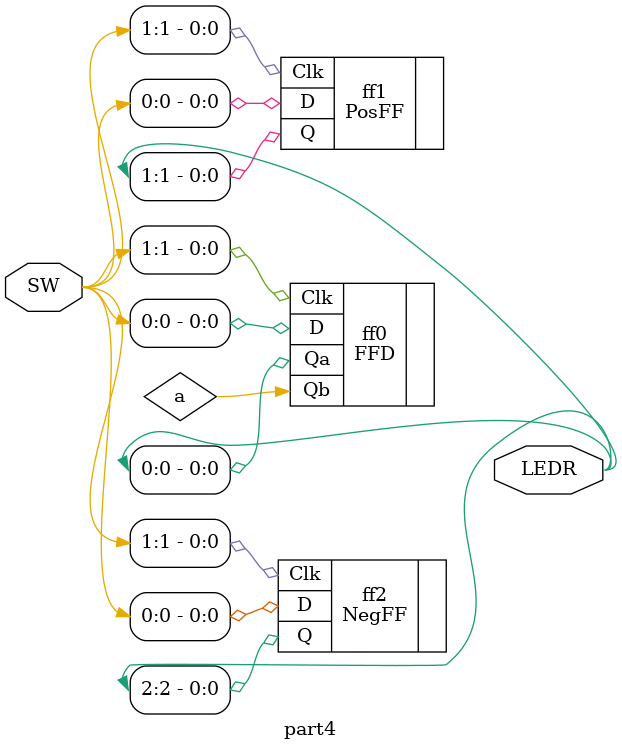
<source format=sv>
module part4(SW,LEDR);
	output logic[2:0] LEDR;
	input logic[1:0] SW;
	logic a;
	
	FFD ff0(
		.D(SW[0]), 
		.Clk(SW[1]), 
		.Qa(LEDR[0]),
		.Qb(a)
	);
	
	PosFF ff1(
		.D(SW[0]), 
		.Clk(SW[1]), 
		.Q(LEDR[1])
	);
	
	NegFF ff2(
		.D(SW[0]), 
		.Clk(SW[1]), 
		.Q(LEDR[2])
	);
	
endmodule

</source>
